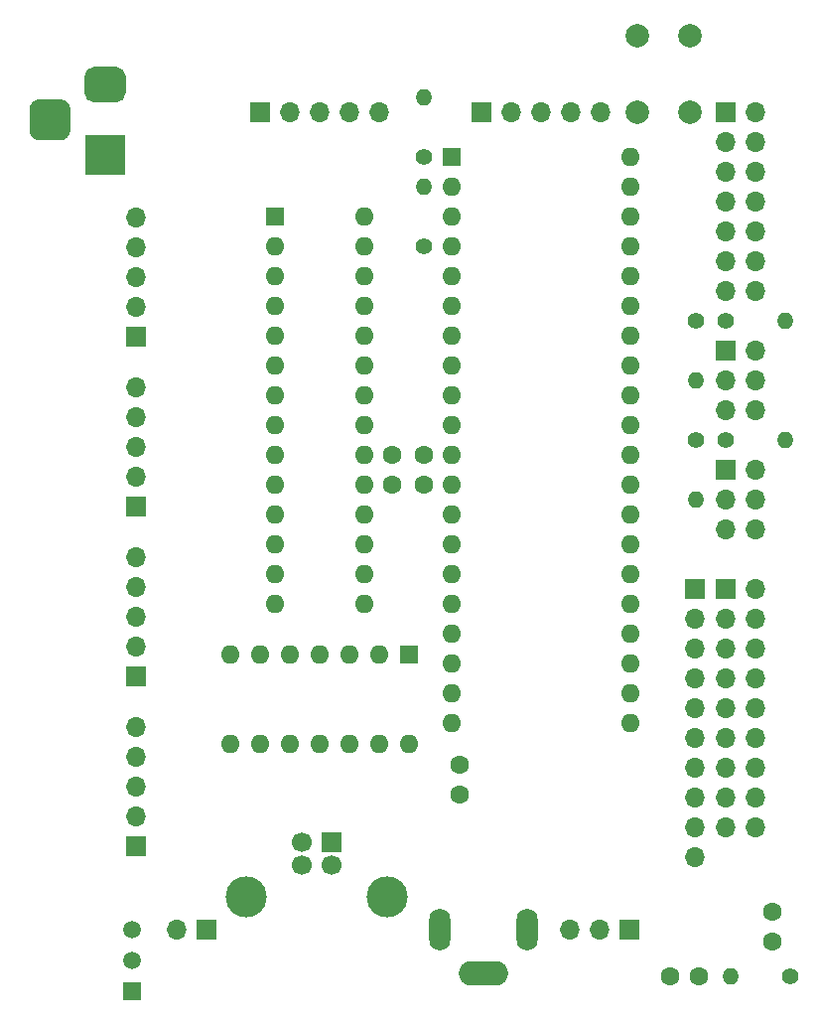
<source format=gbs>
%TF.GenerationSoftware,KiCad,Pcbnew,5.1.10-88a1d61d58~88~ubuntu20.04.1*%
%TF.CreationDate,2021-07-15T21:57:41-05:00*%
%TF.ProjectId,pictas,70696374-6173-42e6-9b69-6361645f7063,rev?*%
%TF.SameCoordinates,Original*%
%TF.FileFunction,Soldermask,Bot*%
%TF.FilePolarity,Negative*%
%FSLAX46Y46*%
G04 Gerber Fmt 4.6, Leading zero omitted, Abs format (unit mm)*
G04 Created by KiCad (PCBNEW 5.1.10-88a1d61d58~88~ubuntu20.04.1) date 2021-07-15 21:57:41*
%MOMM*%
%LPD*%
G01*
G04 APERTURE LIST*
%ADD10O,1.700000X1.700000*%
%ADD11R,1.700000X1.700000*%
%ADD12C,2.000000*%
%ADD13R,1.500000X1.500000*%
%ADD14C,1.500000*%
%ADD15O,1.400000X1.400000*%
%ADD16C,1.400000*%
%ADD17O,1.800000X3.600000*%
%ADD18O,4.200000X2.100000*%
%ADD19C,1.600000*%
%ADD20R,1.600000X1.600000*%
%ADD21O,1.600000X1.600000*%
%ADD22R,3.500000X3.500000*%
%ADD23C,3.500000*%
%ADD24C,1.700000*%
G04 APERTURE END LIST*
D10*
%TO.C,J6*%
X117475000Y-60960000D03*
X114935000Y-60960000D03*
X112395000Y-60960000D03*
X109855000Y-60960000D03*
D11*
X107315000Y-60960000D03*
%TD*%
D10*
%TO.C,J5*%
X98552000Y-60960000D03*
X96012000Y-60960000D03*
X93472000Y-60960000D03*
X90932000Y-60960000D03*
D11*
X88392000Y-60960000D03*
%TD*%
D12*
%TO.C,SW1*%
X125095000Y-60983000D03*
X120595000Y-60983000D03*
X125095000Y-54483000D03*
X120595000Y-54483000D03*
%TD*%
D13*
%TO.C,Q1*%
X77470000Y-135890000D03*
D14*
X77470000Y-130690000D03*
X77470000Y-133290000D03*
%TD*%
D11*
%TO.C,J15*%
X83820000Y-130683000D03*
D10*
X81280000Y-130683000D03*
%TD*%
D15*
%TO.C,R7*%
X128524000Y-134620000D03*
D16*
X133604000Y-134620000D03*
%TD*%
D10*
%TO.C,J14*%
X114808000Y-130683000D03*
X117348000Y-130683000D03*
D11*
X119888000Y-130683000D03*
%TD*%
D17*
%TO.C,J13*%
X111192000Y-130666000D03*
D18*
X107442000Y-134366000D03*
D17*
X103692000Y-130666000D03*
%TD*%
D19*
%TO.C,C5*%
X132080000Y-129159000D03*
X132080000Y-131659000D03*
%TD*%
%TO.C,C4*%
X123357000Y-134620000D03*
X125857000Y-134620000D03*
%TD*%
D15*
%TO.C,R5*%
X102362000Y-59690000D03*
D16*
X102362000Y-64770000D03*
%TD*%
D20*
%TO.C,U1*%
X104775000Y-64770000D03*
D21*
X120015000Y-113030000D03*
X104775000Y-67310000D03*
X120015000Y-110490000D03*
X104775000Y-69850000D03*
X120015000Y-107950000D03*
X104775000Y-72390000D03*
X120015000Y-105410000D03*
X104775000Y-74930000D03*
X120015000Y-102870000D03*
X104775000Y-77470000D03*
X120015000Y-100330000D03*
X104775000Y-80010000D03*
X120015000Y-97790000D03*
X104775000Y-82550000D03*
X120015000Y-95250000D03*
X104775000Y-85090000D03*
X120015000Y-92710000D03*
X104775000Y-87630000D03*
X120015000Y-90170000D03*
X104775000Y-90170000D03*
X120015000Y-87630000D03*
X104775000Y-92710000D03*
X120015000Y-85090000D03*
X104775000Y-95250000D03*
X120015000Y-82550000D03*
X104775000Y-97790000D03*
X120015000Y-80010000D03*
X104775000Y-100330000D03*
X120015000Y-77470000D03*
X104775000Y-102870000D03*
X120015000Y-74930000D03*
X104775000Y-105410000D03*
X120015000Y-72390000D03*
X104775000Y-107950000D03*
X120015000Y-69850000D03*
X104775000Y-110490000D03*
X120015000Y-67310000D03*
X104775000Y-113030000D03*
X120015000Y-64770000D03*
%TD*%
D15*
%TO.C,R2*%
X133223000Y-78740000D03*
D16*
X128143000Y-78740000D03*
%TD*%
D10*
%TO.C,J3*%
X130683000Y-96520000D03*
X128143000Y-96520000D03*
X130683000Y-93980000D03*
X128143000Y-93980000D03*
X130683000Y-91440000D03*
D11*
X128143000Y-91440000D03*
%TD*%
D19*
%TO.C,C2*%
X102362000Y-90210000D03*
X102362000Y-92710000D03*
%TD*%
D11*
%TO.C,J1*%
X128143000Y-60960000D03*
D10*
X130683000Y-60960000D03*
X128143000Y-63500000D03*
X130683000Y-63500000D03*
X128143000Y-66040000D03*
X130683000Y-66040000D03*
X128143000Y-68580000D03*
X130683000Y-68580000D03*
X128143000Y-71120000D03*
X130683000Y-71120000D03*
X128143000Y-73660000D03*
X130683000Y-73660000D03*
X128143000Y-76200000D03*
X130683000Y-76200000D03*
%TD*%
D15*
%TO.C,R3*%
X125603000Y-93980000D03*
D16*
X125603000Y-88900000D03*
%TD*%
D10*
%TO.C,J2*%
X130683000Y-86360000D03*
X128143000Y-86360000D03*
X130683000Y-83820000D03*
X128143000Y-83820000D03*
X130683000Y-81280000D03*
D11*
X128143000Y-81280000D03*
%TD*%
D15*
%TO.C,R1*%
X125603000Y-83820000D03*
D16*
X125603000Y-78740000D03*
%TD*%
D15*
%TO.C,R4*%
X133223000Y-88900000D03*
D16*
X128143000Y-88900000D03*
%TD*%
D19*
%TO.C,C3*%
X99695000Y-90210000D03*
X99695000Y-92710000D03*
%TD*%
D10*
%TO.C,J4*%
X130683000Y-121920000D03*
X128143000Y-121920000D03*
X130683000Y-119380000D03*
X128143000Y-119380000D03*
X130683000Y-116840000D03*
X128143000Y-116840000D03*
X130683000Y-114300000D03*
X128143000Y-114300000D03*
X130683000Y-111760000D03*
X128143000Y-111760000D03*
X130683000Y-109220000D03*
X128143000Y-109220000D03*
X130683000Y-106680000D03*
X128143000Y-106680000D03*
X130683000Y-104140000D03*
X128143000Y-104140000D03*
X130683000Y-101600000D03*
D11*
X128143000Y-101600000D03*
%TD*%
D19*
%TO.C,C1*%
X105410000Y-116626000D03*
X105410000Y-119126000D03*
%TD*%
D20*
%TO.C,U3*%
X89662000Y-69850000D03*
D21*
X97282000Y-102870000D03*
X89662000Y-72390000D03*
X97282000Y-100330000D03*
X89662000Y-74930000D03*
X97282000Y-97790000D03*
X89662000Y-77470000D03*
X97282000Y-95250000D03*
X89662000Y-80010000D03*
X97282000Y-92710000D03*
X89662000Y-82550000D03*
X97282000Y-90170000D03*
X89662000Y-85090000D03*
X97282000Y-87630000D03*
X89662000Y-87630000D03*
X97282000Y-85090000D03*
X89662000Y-90170000D03*
X97282000Y-82550000D03*
X89662000Y-92710000D03*
X97282000Y-80010000D03*
X89662000Y-95250000D03*
X97282000Y-77470000D03*
X89662000Y-97790000D03*
X97282000Y-74930000D03*
X89662000Y-100330000D03*
X97282000Y-72390000D03*
X89662000Y-102870000D03*
X97282000Y-69850000D03*
%TD*%
%TO.C,U5*%
X101092000Y-114808000D03*
X85852000Y-107188000D03*
X98552000Y-114808000D03*
X88392000Y-107188000D03*
X96012000Y-114808000D03*
X90932000Y-107188000D03*
X93472000Y-114808000D03*
X93472000Y-107188000D03*
X90932000Y-114808000D03*
X96012000Y-107188000D03*
X88392000Y-114808000D03*
X98552000Y-107188000D03*
X85852000Y-114808000D03*
D20*
X101092000Y-107188000D03*
%TD*%
D10*
%TO.C,J11*%
X77851000Y-113411000D03*
X77851000Y-115951000D03*
X77851000Y-118491000D03*
X77851000Y-121031000D03*
D11*
X77851000Y-123571000D03*
%TD*%
D10*
%TO.C,J10*%
X77851000Y-98933000D03*
X77851000Y-101473000D03*
X77851000Y-104013000D03*
X77851000Y-106553000D03*
D11*
X77851000Y-109093000D03*
%TD*%
D10*
%TO.C,J9*%
X77851000Y-84455000D03*
X77851000Y-86995000D03*
X77851000Y-89535000D03*
X77851000Y-92075000D03*
D11*
X77851000Y-94615000D03*
%TD*%
D10*
%TO.C,J8*%
X77851000Y-69977000D03*
X77851000Y-72517000D03*
X77851000Y-75057000D03*
X77851000Y-77597000D03*
D11*
X77851000Y-80137000D03*
%TD*%
%TO.C,J16*%
G36*
G01*
X69609000Y-59893000D02*
X71359000Y-59893000D01*
G75*
G02*
X72234000Y-60768000I0J-875000D01*
G01*
X72234000Y-62518000D01*
G75*
G02*
X71359000Y-63393000I-875000J0D01*
G01*
X69609000Y-63393000D01*
G75*
G02*
X68734000Y-62518000I0J875000D01*
G01*
X68734000Y-60768000D01*
G75*
G02*
X69609000Y-59893000I875000J0D01*
G01*
G37*
G36*
G01*
X74184000Y-57143000D02*
X76184000Y-57143000D01*
G75*
G02*
X76934000Y-57893000I0J-750000D01*
G01*
X76934000Y-59393000D01*
G75*
G02*
X76184000Y-60143000I-750000J0D01*
G01*
X74184000Y-60143000D01*
G75*
G02*
X73434000Y-59393000I0J750000D01*
G01*
X73434000Y-57893000D01*
G75*
G02*
X74184000Y-57143000I750000J0D01*
G01*
G37*
D22*
X75184000Y-64643000D03*
%TD*%
D23*
%TO.C,J7*%
X87218000Y-127900000D03*
X99258000Y-127900000D03*
D24*
X94488000Y-125190000D03*
X91988000Y-125190000D03*
X91988000Y-123190000D03*
D11*
X94488000Y-123190000D03*
%TD*%
D15*
%TO.C,R6*%
X102362000Y-67310000D03*
D16*
X102362000Y-72390000D03*
%TD*%
D11*
%TO.C,J12*%
X125476000Y-101600000D03*
D10*
X125476000Y-104140000D03*
X125476000Y-106680000D03*
X125476000Y-109220000D03*
X125476000Y-111760000D03*
X125476000Y-114300000D03*
X125476000Y-116840000D03*
X125476000Y-119380000D03*
X125476000Y-121920000D03*
X125476000Y-124460000D03*
%TD*%
M02*

</source>
